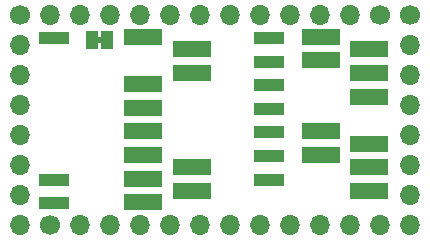
<source format=gbr>
G04 #@! TF.GenerationSoftware,KiCad,Pcbnew,6.0.0-rc1-unknown-a6325aa~66~ubuntu18.04.1*
G04 #@! TF.CreationDate,2018-09-08T20:34:59+02:00*
G04 #@! TF.ProjectId,STM32_Sensor_V4,53544D33325F53656E736F725F56342E,rev?*
G04 #@! TF.SameCoordinates,Original*
G04 #@! TF.FileFunction,Soldermask,Bot*
G04 #@! TF.FilePolarity,Negative*
%FSLAX46Y46*%
G04 Gerber Fmt 4.6, Leading zero omitted, Abs format (unit mm)*
G04 Created by KiCad (PCBNEW 6.0.0-rc1-unknown-a6325aa~66~ubuntu18.04.1) date Sat Sep  8 20:34:59 2018*
%MOMM*%
%LPD*%
G01*
G04 APERTURE LIST*
%ADD10C,1.700000*%
%ADD11O,1.700000X1.700000*%
%ADD12R,3.202940X1.402080*%
%ADD13R,2.500000X1.000000*%
%ADD14R,0.500000X0.600000*%
%ADD15R,1.000000X1.500000*%
G04 APERTURE END LIST*
D10*
G04 #@! TO.C,J3*
X158640000Y-91690000D03*
D11*
X156100000Y-91690000D03*
X153560000Y-91690000D03*
X151020000Y-91690000D03*
X148480000Y-91690000D03*
X145940000Y-91690000D03*
X143400000Y-91690000D03*
X140860000Y-91690000D03*
X138320000Y-91690000D03*
X135780000Y-91690000D03*
X133240000Y-91690000D03*
X130700000Y-91690000D03*
G04 #@! TD*
D12*
G04 #@! TO.C,U2*
X142681920Y-94580520D03*
X142681920Y-96582040D03*
X142681920Y-104577960D03*
X142681920Y-106579480D03*
X157678080Y-106579480D03*
X157678080Y-104577960D03*
X157678080Y-102578980D03*
X157678080Y-98581020D03*
X157678080Y-96582040D03*
X157678080Y-94580520D03*
G04 #@! TD*
G04 #@! TO.C,U4*
X153578080Y-103519740D03*
X153578080Y-101518220D03*
X153578080Y-95521280D03*
X153578080Y-93522300D03*
X138581920Y-93522300D03*
X138581920Y-97520260D03*
X138581920Y-99521780D03*
X138581920Y-101518220D03*
X138581920Y-103519740D03*
X138581920Y-105518720D03*
X138581920Y-107517700D03*
G04 #@! TD*
D13*
G04 #@! TO.C,U3*
X131020000Y-107620000D03*
X131020000Y-105620000D03*
X131020000Y-93620000D03*
X149220000Y-93620000D03*
X149220000Y-95620000D03*
X149220000Y-97620000D03*
X149220000Y-99620000D03*
X149220000Y-101620000D03*
X149220000Y-103620000D03*
X149220000Y-105620000D03*
G04 #@! TD*
D11*
G04 #@! TO.C,J1*
X128160000Y-109470000D03*
X128160000Y-106930000D03*
X128160000Y-104390000D03*
X128160000Y-101850000D03*
X128160000Y-99310000D03*
X128160000Y-96770000D03*
X128160000Y-94230000D03*
D10*
X128160000Y-91690000D03*
G04 #@! TD*
D11*
G04 #@! TO.C,J4*
X161180000Y-109470000D03*
X161180000Y-106930000D03*
X161180000Y-104390000D03*
X161180000Y-101850000D03*
X161180000Y-99310000D03*
X161180000Y-96770000D03*
X161180000Y-94230000D03*
D10*
X161180000Y-91690000D03*
G04 #@! TD*
G04 #@! TO.C,J2*
X130700000Y-109470000D03*
D11*
X133240000Y-109470000D03*
X135780000Y-109470000D03*
X138320000Y-109470000D03*
X140860000Y-109470000D03*
X143400000Y-109470000D03*
X145940000Y-109470000D03*
X148480000Y-109470000D03*
X151020000Y-109470000D03*
X153560000Y-109470000D03*
X156100000Y-109470000D03*
X158640000Y-109470000D03*
G04 #@! TD*
D14*
G04 #@! TO.C,JP1*
X134840000Y-93810000D03*
D15*
X134190000Y-93810000D03*
X135490000Y-93810000D03*
G04 #@! TD*
M02*

</source>
